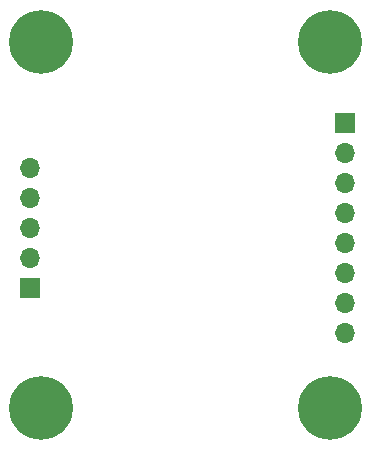
<source format=gbr>
%TF.GenerationSoftware,KiCad,Pcbnew,8.0.2-8.0.2-0~ubuntu20.04.1*%
%TF.CreationDate,2024-07-20T17:48:19+05:00*%
%TF.ProjectId,AlphaHagkemindt,416c7068-6148-4616-976b-656d696e6474,rev?*%
%TF.SameCoordinates,Original*%
%TF.FileFunction,Soldermask,Bot*%
%TF.FilePolarity,Negative*%
%FSLAX46Y46*%
G04 Gerber Fmt 4.6, Leading zero omitted, Abs format (unit mm)*
G04 Created by KiCad (PCBNEW 8.0.2-8.0.2-0~ubuntu20.04.1) date 2024-07-20 17:48:19*
%MOMM*%
%LPD*%
G01*
G04 APERTURE LIST*
%ADD10C,0.800000*%
%ADD11C,5.400000*%
%ADD12R,1.700000X1.700000*%
%ADD13O,1.700000X1.700000*%
G04 APERTURE END LIST*
D10*
%TO.C,H4*%
X84025000Y-75000000D03*
X83431891Y-76431891D03*
X83431891Y-73568109D03*
X82000000Y-77025000D03*
D11*
X82000000Y-75000000D03*
D10*
X82000000Y-72975000D03*
X80568109Y-76431891D03*
X80568109Y-73568109D03*
X79975000Y-75000000D03*
%TD*%
%TO.C,H3*%
X108525000Y-75000000D03*
X107931891Y-76431891D03*
X107931891Y-73568109D03*
X106500000Y-77025000D03*
D11*
X106500000Y-75000000D03*
D10*
X106500000Y-72975000D03*
X105068109Y-76431891D03*
X105068109Y-73568109D03*
X104475000Y-75000000D03*
%TD*%
%TO.C,H2*%
X84025000Y-106000000D03*
X83431891Y-107431891D03*
X83431891Y-104568109D03*
X82000000Y-108025000D03*
D11*
X82000000Y-106000000D03*
D10*
X82000000Y-103975000D03*
X80568109Y-107431891D03*
X80568109Y-104568109D03*
X79975000Y-106000000D03*
%TD*%
%TO.C,H1*%
X108525000Y-106000000D03*
X107931891Y-107431891D03*
X107931891Y-104568109D03*
X106500000Y-108025000D03*
D11*
X106500000Y-106000000D03*
D10*
X106500000Y-103975000D03*
X105068109Y-107431891D03*
X105068109Y-104568109D03*
X104475000Y-106000000D03*
%TD*%
D12*
%TO.C,J2*%
X81065000Y-95830000D03*
D13*
X81065000Y-93290000D03*
X81065000Y-90750000D03*
X81065000Y-88210000D03*
X81065000Y-85670000D03*
%TD*%
D12*
%TO.C,J1*%
X107735000Y-81860000D03*
D13*
X107735000Y-84400000D03*
X107735000Y-86940000D03*
X107735000Y-89480000D03*
X107735000Y-92020000D03*
X107735000Y-94560000D03*
X107735000Y-97100000D03*
X107735000Y-99640000D03*
%TD*%
M02*

</source>
